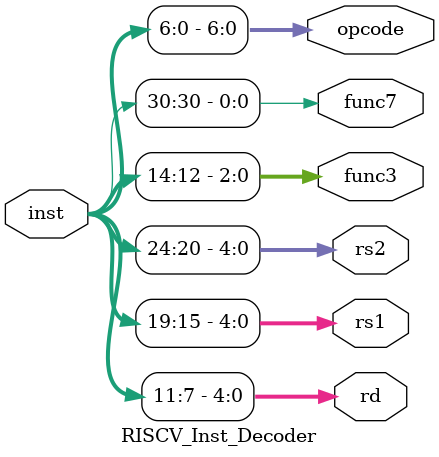
<source format=v>

module RISCV_Inst_Decoder (
    input [31:0] inst,
    output reg [4:0] rd, rs1, rs2,
    output reg [2:0] func3,
    output reg func7,
	 output reg [6:0] opcode
);

always @(inst) begin
    rd = inst[11:7];
    rs1 = inst[19:15];
    rs2 = inst[24:20];
    func3 = inst[14:12];
    func7 = inst[30];
	 opcode = inst[6:0];
end

    
endmodule

//0000000 00101 00000 000 00001 0010010
</source>
